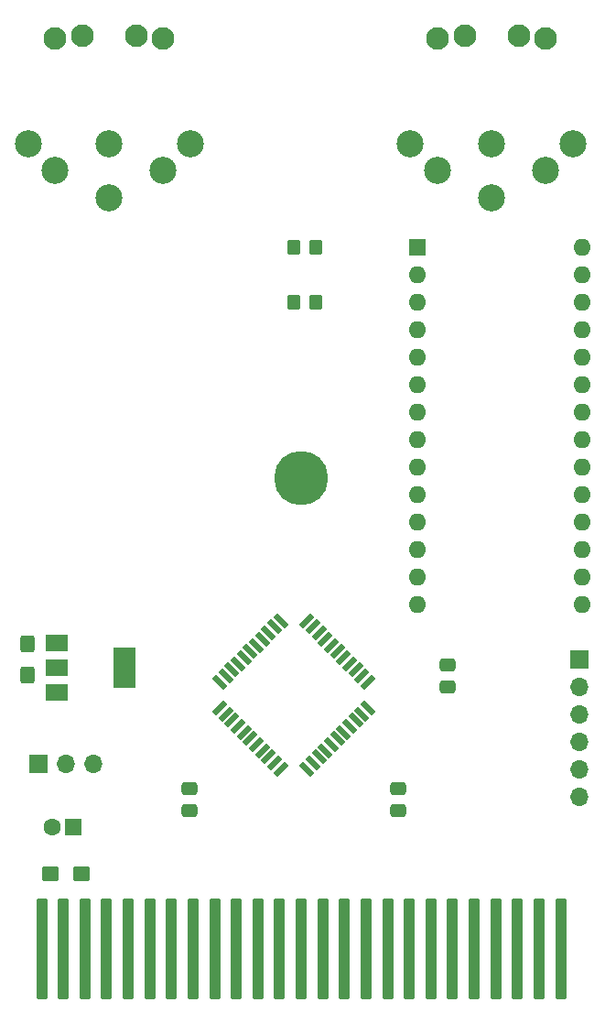
<source format=gts>
G04 #@! TF.GenerationSoftware,KiCad,Pcbnew,6.0.2+dfsg-1*
G04 #@! TF.CreationDate,2025-05-07T10:44:27+02:00*
G04 #@! TF.ProjectId,burstcart-cpld-44,62757273-7463-4617-9274-2d63706c642d,1.1*
G04 #@! TF.SameCoordinates,Original*
G04 #@! TF.FileFunction,Soldermask,Top*
G04 #@! TF.FilePolarity,Negative*
%FSLAX46Y46*%
G04 Gerber Fmt 4.6, Leading zero omitted, Abs format (unit mm)*
G04 Created by KiCad (PCBNEW 6.0.2+dfsg-1) date 2025-05-07 10:44:27*
%MOMM*%
%LPD*%
G01*
G04 APERTURE LIST*
G04 Aperture macros list*
%AMRoundRect*
0 Rectangle with rounded corners*
0 $1 Rounding radius*
0 $2 $3 $4 $5 $6 $7 $8 $9 X,Y pos of 4 corners*
0 Add a 4 corners polygon primitive as box body*
4,1,4,$2,$3,$4,$5,$6,$7,$8,$9,$2,$3,0*
0 Add four circle primitives for the rounded corners*
1,1,$1+$1,$2,$3*
1,1,$1+$1,$4,$5*
1,1,$1+$1,$6,$7*
1,1,$1+$1,$8,$9*
0 Add four rect primitives between the rounded corners*
20,1,$1+$1,$2,$3,$4,$5,0*
20,1,$1+$1,$4,$5,$6,$7,0*
20,1,$1+$1,$6,$7,$8,$9,0*
20,1,$1+$1,$8,$9,$2,$3,0*%
%AMRotRect*
0 Rectangle, with rotation*
0 The origin of the aperture is its center*
0 $1 length*
0 $2 width*
0 $3 Rotation angle, in degrees counterclockwise*
0 Add horizontal line*
21,1,$1,$2,0,0,$3*%
G04 Aperture macros list end*
%ADD10R,2.000000X1.500000*%
%ADD11R,2.000000X3.800000*%
%ADD12RotRect,1.500000X0.550000X315.000000*%
%ADD13RotRect,1.500000X0.550000X45.000000*%
%ADD14C,2.100000*%
%ADD15C,2.500000*%
%ADD16R,1.600000X1.600000*%
%ADD17O,1.600000X1.600000*%
%ADD18RoundRect,0.250000X-0.475000X0.337500X-0.475000X-0.337500X0.475000X-0.337500X0.475000X0.337500X0*%
%ADD19R,1.700000X1.700000*%
%ADD20O,1.700000X1.700000*%
%ADD21C,5.000000*%
%ADD22RoundRect,0.163300X-0.337500X-4.512500X0.337500X-4.512500X0.337500X4.512500X-0.337500X4.512500X0*%
%ADD23C,1.600000*%
%ADD24RoundRect,0.250000X-0.350000X-0.450000X0.350000X-0.450000X0.350000X0.450000X-0.350000X0.450000X0*%
%ADD25RoundRect,0.250000X0.537500X0.425000X-0.537500X0.425000X-0.537500X-0.425000X0.537500X-0.425000X0*%
%ADD26RoundRect,0.250000X0.425000X-0.537500X0.425000X0.537500X-0.425000X0.537500X-0.425000X-0.537500X0*%
G04 APERTURE END LIST*
D10*
X125628000Y-109474000D03*
X125628000Y-111774000D03*
D11*
X131928000Y-111774000D03*
D10*
X125628000Y-114074000D03*
D12*
X146371918Y-107419564D03*
X145806233Y-107985250D03*
X145240548Y-108550935D03*
X144674862Y-109116620D03*
X144109177Y-109682306D03*
X143543491Y-110247991D03*
X142977806Y-110813677D03*
X142412120Y-111379362D03*
X141846435Y-111945048D03*
X141280750Y-112510733D03*
X140715064Y-113076418D03*
D13*
X140715064Y-115480582D03*
X141280750Y-116046267D03*
X141846435Y-116611952D03*
X142412120Y-117177638D03*
X142977806Y-117743323D03*
X143543491Y-118309009D03*
X144109177Y-118874694D03*
X144674862Y-119440380D03*
X145240548Y-120006065D03*
X145806233Y-120571750D03*
X146371918Y-121137436D03*
D12*
X148776082Y-121137436D03*
X149341767Y-120571750D03*
X149907452Y-120006065D03*
X150473138Y-119440380D03*
X151038823Y-118874694D03*
X151604509Y-118309009D03*
X152170194Y-117743323D03*
X152735880Y-117177638D03*
X153301565Y-116611952D03*
X153867250Y-116046267D03*
X154432936Y-115480582D03*
D13*
X154432936Y-113076418D03*
X153867250Y-112510733D03*
X153301565Y-111945048D03*
X152735880Y-111379362D03*
X152170194Y-110813677D03*
X151604509Y-110247991D03*
X151038823Y-109682306D03*
X150473138Y-109116620D03*
X149907452Y-108550935D03*
X149341767Y-107985250D03*
X148776082Y-107419564D03*
D14*
X127976000Y-53294000D03*
X125476000Y-53594000D03*
X132976000Y-53294000D03*
X135476000Y-53594000D03*
D15*
X122976000Y-63294000D03*
X125476000Y-65794000D03*
X130476000Y-63294000D03*
X135476000Y-65794000D03*
X137976000Y-63294000D03*
X130476000Y-68294000D03*
D16*
X158999000Y-72854600D03*
D17*
X158999000Y-75394600D03*
X158999000Y-77934600D03*
X158999000Y-80474600D03*
X158999000Y-83014600D03*
X158999000Y-85554600D03*
X158999000Y-88094600D03*
X158999000Y-90634600D03*
X158999000Y-93174600D03*
X158999000Y-95714600D03*
X158999000Y-98254600D03*
X158999000Y-100794600D03*
X158999000Y-103334600D03*
X158999000Y-105874600D03*
X174239000Y-105874600D03*
X174239000Y-103334600D03*
X174239000Y-100794600D03*
X174239000Y-98254600D03*
X174239000Y-95714600D03*
X174239000Y-93174600D03*
X174239000Y-90634600D03*
X174239000Y-88094600D03*
X174239000Y-85554600D03*
X174239000Y-83014600D03*
X174239000Y-80474600D03*
X174239000Y-77934600D03*
X174239000Y-75394600D03*
X174239000Y-72854600D03*
D18*
X137922000Y-122914500D03*
X137922000Y-124989500D03*
X157226000Y-122914500D03*
X157226000Y-124989500D03*
D19*
X123967000Y-120650000D03*
D20*
X126507000Y-120650000D03*
X129047000Y-120650000D03*
D21*
X148253100Y-94259600D03*
D22*
X124253100Y-137759600D03*
X126253100Y-137759600D03*
X128253100Y-137759600D03*
X130253100Y-137759600D03*
X132253100Y-137759600D03*
X134253100Y-137759600D03*
X136253100Y-137759600D03*
X138253100Y-137759600D03*
X140253100Y-137759600D03*
X142253100Y-137759600D03*
X144253100Y-137759600D03*
X146253100Y-137759600D03*
X148253100Y-137759600D03*
X150253100Y-137759600D03*
X152253100Y-137759600D03*
X154253100Y-137759600D03*
X156253100Y-137759600D03*
X158253100Y-137759600D03*
X160253100Y-137759600D03*
X162253100Y-137759600D03*
X164253100Y-137759600D03*
X166253100Y-137759600D03*
X168253100Y-137759600D03*
X170253100Y-137759600D03*
X172253100Y-137759600D03*
D14*
X170862000Y-53594000D03*
X168362000Y-53294000D03*
X160862000Y-53594000D03*
X163362000Y-53294000D03*
D15*
X158362000Y-63294000D03*
X160862000Y-65794000D03*
X165862000Y-63294000D03*
X170862000Y-65794000D03*
X173362000Y-63294000D03*
X165862000Y-68294000D03*
D16*
X127193100Y-126492000D03*
D23*
X125193100Y-126492000D03*
D24*
X147590000Y-72898000D03*
X149590000Y-72898000D03*
D25*
X127929500Y-130810000D03*
X125054500Y-130810000D03*
D26*
X122936000Y-112435500D03*
X122936000Y-109560500D03*
D24*
X147590000Y-77978000D03*
X149590000Y-77978000D03*
D18*
X161798000Y-111484500D03*
X161798000Y-113559500D03*
D19*
X173990000Y-110998000D03*
D20*
X173990000Y-113538000D03*
X173990000Y-116078000D03*
X173990000Y-118618000D03*
X173990000Y-121158000D03*
X173990000Y-123698000D03*
M02*

</source>
